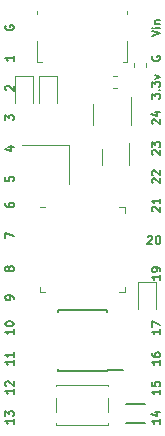
<source format=gto>
G04 #@! TF.GenerationSoftware,KiCad,Pcbnew,(5.0.1-3-g963ef8bb5)*
G04 #@! TF.CreationDate,2018-11-16T15:24:27+01:00*
G04 #@! TF.ProjectId,TinyFPGA-UP,54696E79465047412D55502E6B696361,A*
G04 #@! TF.SameCoordinates,Original*
G04 #@! TF.FileFunction,Legend,Top*
G04 #@! TF.FilePolarity,Positive*
%FSLAX46Y46*%
G04 Gerber Fmt 4.6, Leading zero omitted, Abs format (unit mm)*
G04 Created by KiCad (PCBNEW (5.0.1-3-g963ef8bb5)) date Friday, 16 November 2018 at 15:24:27*
%MOMM*%
%LPD*%
G01*
G04 APERTURE LIST*
%ADD10C,0.175000*%
%ADD11C,0.150000*%
%ADD12C,0.120000*%
G04 APERTURE END LIST*
D10*
X145316666Y-130933333D02*
X145316666Y-131333333D01*
X145316666Y-131133333D02*
X144616666Y-131133333D01*
X144716666Y-131200000D01*
X144783333Y-131266666D01*
X144816666Y-131333333D01*
X144616666Y-130700000D02*
X144616666Y-130266666D01*
X144883333Y-130500000D01*
X144883333Y-130400000D01*
X144916666Y-130333333D01*
X144950000Y-130300000D01*
X145016666Y-130266666D01*
X145183333Y-130266666D01*
X145250000Y-130300000D01*
X145283333Y-130333333D01*
X145316666Y-130400000D01*
X145316666Y-130600000D01*
X145283333Y-130666666D01*
X145250000Y-130700000D01*
X157716666Y-118733333D02*
X157716666Y-119133333D01*
X157716666Y-118933333D02*
X157016666Y-118933333D01*
X157116666Y-119000000D01*
X157183333Y-119066666D01*
X157216666Y-119133333D01*
X157716666Y-118400000D02*
X157716666Y-118266666D01*
X157683333Y-118200000D01*
X157650000Y-118166666D01*
X157550000Y-118100000D01*
X157416666Y-118066666D01*
X157150000Y-118066666D01*
X157083333Y-118100000D01*
X157050000Y-118133333D01*
X157016666Y-118200000D01*
X157016666Y-118333333D01*
X157050000Y-118400000D01*
X157083333Y-118433333D01*
X157150000Y-118466666D01*
X157316666Y-118466666D01*
X157383333Y-118433333D01*
X157416666Y-118400000D01*
X157450000Y-118333333D01*
X157450000Y-118200000D01*
X157416666Y-118133333D01*
X157383333Y-118100000D01*
X157316666Y-118066666D01*
X156666666Y-115483333D02*
X156700000Y-115450000D01*
X156766666Y-115416666D01*
X156933333Y-115416666D01*
X157000000Y-115450000D01*
X157033333Y-115483333D01*
X157066666Y-115550000D01*
X157066666Y-115616666D01*
X157033333Y-115716666D01*
X156633333Y-116116666D01*
X157066666Y-116116666D01*
X157500000Y-115416666D02*
X157566666Y-115416666D01*
X157633333Y-115450000D01*
X157666666Y-115483333D01*
X157700000Y-115550000D01*
X157733333Y-115683333D01*
X157733333Y-115850000D01*
X157700000Y-115983333D01*
X157666666Y-116050000D01*
X157633333Y-116083333D01*
X157566666Y-116116666D01*
X157500000Y-116116666D01*
X157433333Y-116083333D01*
X157400000Y-116050000D01*
X157366666Y-115983333D01*
X157333333Y-115850000D01*
X157333333Y-115683333D01*
X157366666Y-115550000D01*
X157400000Y-115483333D01*
X157433333Y-115450000D01*
X157500000Y-115416666D01*
X157716666Y-123333333D02*
X157716666Y-123733333D01*
X157716666Y-123533333D02*
X157016666Y-123533333D01*
X157116666Y-123600000D01*
X157183333Y-123666666D01*
X157216666Y-123733333D01*
X157016666Y-123100000D02*
X157016666Y-122633333D01*
X157716666Y-122933333D01*
X157716666Y-125933333D02*
X157716666Y-126333333D01*
X157716666Y-126133333D02*
X157016666Y-126133333D01*
X157116666Y-126200000D01*
X157183333Y-126266666D01*
X157216666Y-126333333D01*
X157016666Y-125333333D02*
X157016666Y-125466666D01*
X157050000Y-125533333D01*
X157083333Y-125566666D01*
X157183333Y-125633333D01*
X157316666Y-125666666D01*
X157583333Y-125666666D01*
X157650000Y-125633333D01*
X157683333Y-125600000D01*
X157716666Y-125533333D01*
X157716666Y-125400000D01*
X157683333Y-125333333D01*
X157650000Y-125300000D01*
X157583333Y-125266666D01*
X157416666Y-125266666D01*
X157350000Y-125300000D01*
X157316666Y-125333333D01*
X157283333Y-125400000D01*
X157283333Y-125533333D01*
X157316666Y-125600000D01*
X157350000Y-125633333D01*
X157416666Y-125666666D01*
X157716666Y-128433333D02*
X157716666Y-128833333D01*
X157716666Y-128633333D02*
X157016666Y-128633333D01*
X157116666Y-128700000D01*
X157183333Y-128766666D01*
X157216666Y-128833333D01*
X157016666Y-127800000D02*
X157016666Y-128133333D01*
X157350000Y-128166666D01*
X157316666Y-128133333D01*
X157283333Y-128066666D01*
X157283333Y-127900000D01*
X157316666Y-127833333D01*
X157350000Y-127800000D01*
X157416666Y-127766666D01*
X157583333Y-127766666D01*
X157650000Y-127800000D01*
X157683333Y-127833333D01*
X157716666Y-127900000D01*
X157716666Y-128066666D01*
X157683333Y-128133333D01*
X157650000Y-128166666D01*
X157716666Y-130933333D02*
X157716666Y-131333333D01*
X157716666Y-131133333D02*
X157016666Y-131133333D01*
X157116666Y-131200000D01*
X157183333Y-131266666D01*
X157216666Y-131333333D01*
X157250000Y-130333333D02*
X157716666Y-130333333D01*
X156983333Y-130500000D02*
X157483333Y-130666666D01*
X157483333Y-130233333D01*
X157016666Y-98516666D02*
X157716666Y-98283333D01*
X157016666Y-98050000D01*
X157716666Y-97816666D02*
X157250000Y-97816666D01*
X157016666Y-97816666D02*
X157050000Y-97850000D01*
X157083333Y-97816666D01*
X157050000Y-97783333D01*
X157016666Y-97816666D01*
X157083333Y-97816666D01*
X157250000Y-97483333D02*
X157716666Y-97483333D01*
X157316666Y-97483333D02*
X157283333Y-97450000D01*
X157250000Y-97383333D01*
X157250000Y-97283333D01*
X157283333Y-97216666D01*
X157350000Y-97183333D01*
X157716666Y-97183333D01*
X157050000Y-100216666D02*
X157016666Y-100283333D01*
X157016666Y-100383333D01*
X157050000Y-100483333D01*
X157116666Y-100550000D01*
X157183333Y-100583333D01*
X157316666Y-100616666D01*
X157416666Y-100616666D01*
X157550000Y-100583333D01*
X157616666Y-100550000D01*
X157683333Y-100483333D01*
X157716666Y-100383333D01*
X157716666Y-100316666D01*
X157683333Y-100216666D01*
X157650000Y-100183333D01*
X157416666Y-100183333D01*
X157416666Y-100316666D01*
X157016666Y-103800000D02*
X157016666Y-103366666D01*
X157283333Y-103600000D01*
X157283333Y-103500000D01*
X157316666Y-103433333D01*
X157350000Y-103400000D01*
X157416666Y-103366666D01*
X157583333Y-103366666D01*
X157650000Y-103400000D01*
X157683333Y-103433333D01*
X157716666Y-103500000D01*
X157716666Y-103700000D01*
X157683333Y-103766666D01*
X157650000Y-103800000D01*
X157650000Y-103066666D02*
X157683333Y-103033333D01*
X157716666Y-103066666D01*
X157683333Y-103100000D01*
X157650000Y-103066666D01*
X157716666Y-103066666D01*
X157016666Y-102800000D02*
X157016666Y-102366666D01*
X157283333Y-102600000D01*
X157283333Y-102500000D01*
X157316666Y-102433333D01*
X157350000Y-102400000D01*
X157416666Y-102366666D01*
X157583333Y-102366666D01*
X157650000Y-102400000D01*
X157683333Y-102433333D01*
X157716666Y-102500000D01*
X157716666Y-102700000D01*
X157683333Y-102766666D01*
X157650000Y-102800000D01*
X157250000Y-102133333D02*
X157716666Y-101966666D01*
X157250000Y-101800000D01*
X157083333Y-105933333D02*
X157050000Y-105900000D01*
X157016666Y-105833333D01*
X157016666Y-105666666D01*
X157050000Y-105600000D01*
X157083333Y-105566666D01*
X157150000Y-105533333D01*
X157216666Y-105533333D01*
X157316666Y-105566666D01*
X157716666Y-105966666D01*
X157716666Y-105533333D01*
X157250000Y-104933333D02*
X157716666Y-104933333D01*
X156983333Y-105100000D02*
X157483333Y-105266666D01*
X157483333Y-104833333D01*
X157083333Y-108533333D02*
X157050000Y-108500000D01*
X157016666Y-108433333D01*
X157016666Y-108266666D01*
X157050000Y-108200000D01*
X157083333Y-108166666D01*
X157150000Y-108133333D01*
X157216666Y-108133333D01*
X157316666Y-108166666D01*
X157716666Y-108566666D01*
X157716666Y-108133333D01*
X157016666Y-107900000D02*
X157016666Y-107466666D01*
X157283333Y-107700000D01*
X157283333Y-107600000D01*
X157316666Y-107533333D01*
X157350000Y-107500000D01*
X157416666Y-107466666D01*
X157583333Y-107466666D01*
X157650000Y-107500000D01*
X157683333Y-107533333D01*
X157716666Y-107600000D01*
X157716666Y-107800000D01*
X157683333Y-107866666D01*
X157650000Y-107900000D01*
X157083333Y-110933333D02*
X157050000Y-110900000D01*
X157016666Y-110833333D01*
X157016666Y-110666666D01*
X157050000Y-110600000D01*
X157083333Y-110566666D01*
X157150000Y-110533333D01*
X157216666Y-110533333D01*
X157316666Y-110566666D01*
X157716666Y-110966666D01*
X157716666Y-110533333D01*
X157083333Y-110266666D02*
X157050000Y-110233333D01*
X157016666Y-110166666D01*
X157016666Y-110000000D01*
X157050000Y-109933333D01*
X157083333Y-109900000D01*
X157150000Y-109866666D01*
X157216666Y-109866666D01*
X157316666Y-109900000D01*
X157716666Y-110300000D01*
X157716666Y-109866666D01*
X157083333Y-113333333D02*
X157050000Y-113300000D01*
X157016666Y-113233333D01*
X157016666Y-113066666D01*
X157050000Y-113000000D01*
X157083333Y-112966666D01*
X157150000Y-112933333D01*
X157216666Y-112933333D01*
X157316666Y-112966666D01*
X157716666Y-113366666D01*
X157716666Y-112933333D01*
X157716666Y-112266666D02*
X157716666Y-112666666D01*
X157716666Y-112466666D02*
X157016666Y-112466666D01*
X157116666Y-112533333D01*
X157183333Y-112600000D01*
X157216666Y-112666666D01*
X145316666Y-128383333D02*
X145316666Y-128783333D01*
X145316666Y-128583333D02*
X144616666Y-128583333D01*
X144716666Y-128650000D01*
X144783333Y-128716666D01*
X144816666Y-128783333D01*
X144683333Y-128116666D02*
X144650000Y-128083333D01*
X144616666Y-128016666D01*
X144616666Y-127850000D01*
X144650000Y-127783333D01*
X144683333Y-127750000D01*
X144750000Y-127716666D01*
X144816666Y-127716666D01*
X144916666Y-127750000D01*
X145316666Y-128150000D01*
X145316666Y-127716666D01*
X145316666Y-125933333D02*
X145316666Y-126333333D01*
X145316666Y-126133333D02*
X144616666Y-126133333D01*
X144716666Y-126200000D01*
X144783333Y-126266666D01*
X144816666Y-126333333D01*
X145316666Y-125266666D02*
X145316666Y-125666666D01*
X145316666Y-125466666D02*
X144616666Y-125466666D01*
X144716666Y-125533333D01*
X144783333Y-125600000D01*
X144816666Y-125666666D01*
X145316666Y-123333333D02*
X145316666Y-123733333D01*
X145316666Y-123533333D02*
X144616666Y-123533333D01*
X144716666Y-123600000D01*
X144783333Y-123666666D01*
X144816666Y-123733333D01*
X144616666Y-122900000D02*
X144616666Y-122833333D01*
X144650000Y-122766666D01*
X144683333Y-122733333D01*
X144750000Y-122700000D01*
X144883333Y-122666666D01*
X145050000Y-122666666D01*
X145183333Y-122700000D01*
X145250000Y-122733333D01*
X145283333Y-122766666D01*
X145316666Y-122833333D01*
X145316666Y-122900000D01*
X145283333Y-122966666D01*
X145250000Y-123000000D01*
X145183333Y-123033333D01*
X145050000Y-123066666D01*
X144883333Y-123066666D01*
X144750000Y-123033333D01*
X144683333Y-123000000D01*
X144650000Y-122966666D01*
X144616666Y-122900000D01*
X145316666Y-120783333D02*
X145316666Y-120650000D01*
X145283333Y-120583333D01*
X145250000Y-120550000D01*
X145150000Y-120483333D01*
X145016666Y-120450000D01*
X144750000Y-120450000D01*
X144683333Y-120483333D01*
X144650000Y-120516666D01*
X144616666Y-120583333D01*
X144616666Y-120716666D01*
X144650000Y-120783333D01*
X144683333Y-120816666D01*
X144750000Y-120850000D01*
X144916666Y-120850000D01*
X144983333Y-120816666D01*
X145016666Y-120783333D01*
X145050000Y-120716666D01*
X145050000Y-120583333D01*
X145016666Y-120516666D01*
X144983333Y-120483333D01*
X144916666Y-120450000D01*
X144916666Y-118266666D02*
X144883333Y-118333333D01*
X144850000Y-118366666D01*
X144783333Y-118400000D01*
X144750000Y-118400000D01*
X144683333Y-118366666D01*
X144650000Y-118333333D01*
X144616666Y-118266666D01*
X144616666Y-118133333D01*
X144650000Y-118066666D01*
X144683333Y-118033333D01*
X144750000Y-118000000D01*
X144783333Y-118000000D01*
X144850000Y-118033333D01*
X144883333Y-118066666D01*
X144916666Y-118133333D01*
X144916666Y-118266666D01*
X144950000Y-118333333D01*
X144983333Y-118366666D01*
X145050000Y-118400000D01*
X145183333Y-118400000D01*
X145250000Y-118366666D01*
X145283333Y-118333333D01*
X145316666Y-118266666D01*
X145316666Y-118133333D01*
X145283333Y-118066666D01*
X145250000Y-118033333D01*
X145183333Y-118000000D01*
X145050000Y-118000000D01*
X144983333Y-118033333D01*
X144950000Y-118066666D01*
X144916666Y-118133333D01*
X144616666Y-115633333D02*
X144616666Y-115166666D01*
X145316666Y-115466666D01*
X144616666Y-112666666D02*
X144616666Y-112800000D01*
X144650000Y-112866666D01*
X144683333Y-112900000D01*
X144783333Y-112966666D01*
X144916666Y-113000000D01*
X145183333Y-113000000D01*
X145250000Y-112966666D01*
X145283333Y-112933333D01*
X145316666Y-112866666D01*
X145316666Y-112733333D01*
X145283333Y-112666666D01*
X145250000Y-112633333D01*
X145183333Y-112600000D01*
X145016666Y-112600000D01*
X144950000Y-112633333D01*
X144916666Y-112666666D01*
X144883333Y-112733333D01*
X144883333Y-112866666D01*
X144916666Y-112933333D01*
X144950000Y-112966666D01*
X145016666Y-113000000D01*
X144616666Y-110433333D02*
X144616666Y-110766666D01*
X144950000Y-110800000D01*
X144916666Y-110766666D01*
X144883333Y-110700000D01*
X144883333Y-110533333D01*
X144916666Y-110466666D01*
X144950000Y-110433333D01*
X145016666Y-110400000D01*
X145183333Y-110400000D01*
X145250000Y-110433333D01*
X145283333Y-110466666D01*
X145316666Y-110533333D01*
X145316666Y-110700000D01*
X145283333Y-110766666D01*
X145250000Y-110800000D01*
X144850000Y-107866666D02*
X145316666Y-107866666D01*
X144583333Y-108033333D02*
X145083333Y-108200000D01*
X145083333Y-107766666D01*
X144616666Y-105633333D02*
X144616666Y-105200000D01*
X144883333Y-105433333D01*
X144883333Y-105333333D01*
X144916666Y-105266666D01*
X144950000Y-105233333D01*
X145016666Y-105200000D01*
X145183333Y-105200000D01*
X145250000Y-105233333D01*
X145283333Y-105266666D01*
X145316666Y-105333333D01*
X145316666Y-105533333D01*
X145283333Y-105600000D01*
X145250000Y-105633333D01*
X144683333Y-103100000D02*
X144650000Y-103066666D01*
X144616666Y-103000000D01*
X144616666Y-102833333D01*
X144650000Y-102766666D01*
X144683333Y-102733333D01*
X144750000Y-102700000D01*
X144816666Y-102700000D01*
X144916666Y-102733333D01*
X145316666Y-103133333D01*
X145316666Y-102700000D01*
X145316666Y-100200000D02*
X145316666Y-100600000D01*
X145316666Y-100400000D02*
X144616666Y-100400000D01*
X144716666Y-100466666D01*
X144783333Y-100533333D01*
X144816666Y-100600000D01*
X144650000Y-97616666D02*
X144616666Y-97683333D01*
X144616666Y-97783333D01*
X144650000Y-97883333D01*
X144716666Y-97950000D01*
X144783333Y-97983333D01*
X144916666Y-98016666D01*
X145016666Y-98016666D01*
X145150000Y-97983333D01*
X145216666Y-97950000D01*
X145283333Y-97883333D01*
X145316666Y-97783333D01*
X145316666Y-97716666D01*
X145283333Y-97616666D01*
X145250000Y-97583333D01*
X145016666Y-97583333D01*
X145016666Y-97716666D01*
D11*
G04 #@! TO.C,U5*
X153211000Y-126783100D02*
X154611000Y-126783100D01*
X153211000Y-121683100D02*
X149061000Y-121683100D01*
X153211000Y-126833100D02*
X149061000Y-126833100D01*
X153211000Y-121683100D02*
X153211000Y-121828100D01*
X149061000Y-121683100D02*
X149061000Y-121828100D01*
X149061000Y-126833100D02*
X149061000Y-126688100D01*
X153211000Y-126833100D02*
X153211000Y-126783100D01*
D12*
G04 #@! TO.C,U2*
X155246000Y-106073100D02*
X155246000Y-103623100D01*
X152026000Y-104273100D02*
X152026000Y-106073100D01*
G04 #@! TO.C,U4*
X152776000Y-108023100D02*
X152776000Y-109423100D01*
X155096000Y-109423100D02*
X155096000Y-107523100D01*
G04 #@! TO.C,U1*
X148001000Y-112990000D02*
X147526000Y-112990000D01*
X154746000Y-120210000D02*
X154746000Y-119735000D01*
X154271000Y-120210000D02*
X154746000Y-120210000D01*
X147526000Y-120210000D02*
X147526000Y-119735000D01*
X148001000Y-120210000D02*
X147526000Y-120210000D01*
X154746000Y-112990000D02*
X154746000Y-113465000D01*
X154271000Y-112990000D02*
X154746000Y-112990000D01*
G04 #@! TO.C,J3*
X154946000Y-96350000D02*
X154946000Y-96610000D01*
X154946000Y-98890000D02*
X154946000Y-100660000D01*
X154946000Y-100660000D02*
X154566000Y-100660000D01*
X147326000Y-100660000D02*
X147326000Y-98890000D01*
X147326000Y-96610000D02*
X147326000Y-96350000D01*
X147326000Y-100660000D02*
X147706000Y-100660000D01*
G04 #@! TO.C,C17*
X156546000Y-101085879D02*
X156546000Y-100760321D01*
X155526000Y-101085879D02*
X155526000Y-100760321D01*
G04 #@! TO.C,L1*
X154048779Y-101913100D02*
X153723221Y-101913100D01*
X154048779Y-102933100D02*
X153723221Y-102933100D01*
G04 #@! TO.C,D1*
X145448000Y-101902100D02*
X145448000Y-104187100D01*
X146918000Y-101902100D02*
X145448000Y-101902100D01*
X146918000Y-104187100D02*
X146918000Y-101902100D01*
G04 #@! TO.C,D2*
X147483000Y-101902100D02*
X147483000Y-104187100D01*
X148953000Y-101902100D02*
X147483000Y-101902100D01*
X148953000Y-104187100D02*
X148953000Y-101902100D01*
G04 #@! TO.C,SW1*
X153336000Y-128023100D02*
X148936000Y-128023100D01*
X148936000Y-128023100D02*
X148936000Y-128143100D01*
X148936000Y-129153100D02*
X148936000Y-130293100D01*
X148936000Y-131303100D02*
X148936000Y-131423100D01*
X148936000Y-131423100D02*
X153336000Y-131423100D01*
X153336000Y-131423100D02*
X153336000Y-131303100D01*
X153336000Y-130293100D02*
X153336000Y-129153100D01*
X153336000Y-128143100D02*
X153336000Y-128023100D01*
G04 #@! TO.C,U3*
X150039614Y-107714854D02*
X146039614Y-107714854D01*
X150039614Y-111014854D02*
X150039614Y-107714854D01*
G04 #@! TO.C,D3*
X155865000Y-119340000D02*
X155865000Y-121625000D01*
X157335000Y-119340000D02*
X155865000Y-119340000D01*
X157335000Y-121625000D02*
X157335000Y-119340000D01*
D11*
G04 #@! TO.C,D4*
X156450000Y-131260000D02*
X154850000Y-131260000D01*
X154850000Y-129660000D02*
X156450000Y-129660000D01*
G04 #@! TD*
M02*

</source>
